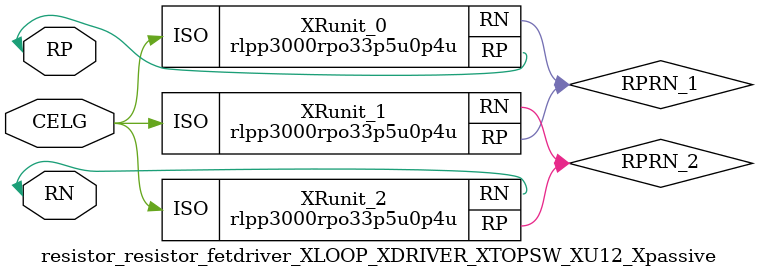
<source format=v>

module rlpp3000rpo33p5u0p4u (RP, RN, ISO);
inout RP;
inout RN;
input ISO;
endmodule

//Celera Confidential Do Not Copy resistor_resistor_fetdriver_XLOOP_XDRIVER_XTOPSW_XU12_Xpassive
//Celera Confidential Symbol Generator
//RESISTOR:1000.00KOhm TYPE:poly DFT:no
module resistor_resistor_fetdriver_XLOOP_XDRIVER_XTOPSW_XU12_Xpassive (RP,
CELG,
RN);
inout RP;
inout RN;
input CELG;

//Celera Confidential Do Not Copy Runit
rlpp3000rpo33p5u0p4u XRunit_0(
.RP (RP),
.RN (RPRN_1),
.ISO (CELG)
);
rlpp3000rpo33p5u0p4u XRunit_1(
.RP (RPRN_1),
.RN (RPRN_2),
.ISO (CELG)
);
rlpp3000rpo33p5u0p4u XRunit_2(
.RP (RPRN_2),
.RN (RN),
.ISO (CELG)
);

//Celera Confidential Do Not Copy //DieSize,rlpp3000rpo33p5u0p4u

//Die Size Calculator rlpp3000rpo33p5u0p4u
//,diesize,rlpp3000rpo33p5u0p4u,3

//Celera Confidential Do Not Copy Module End
//Celera Schematic Generator
endmodule

</source>
